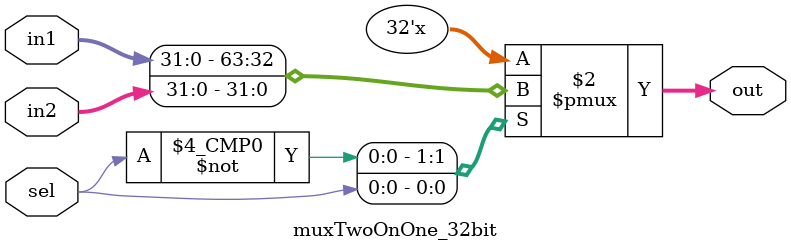
<source format=v>
module muxTwoOnOne_32bit(in1,in2,sel,out);
input [31:0] in1 ,in2 ;
input  sel;
output reg [31:0] out;
 
always @(in1,in2,sel)
case (sel)
0:out <= in1;
1:out <= in2;
default : out<=1'bx;
endcase 

endmodule

</source>
